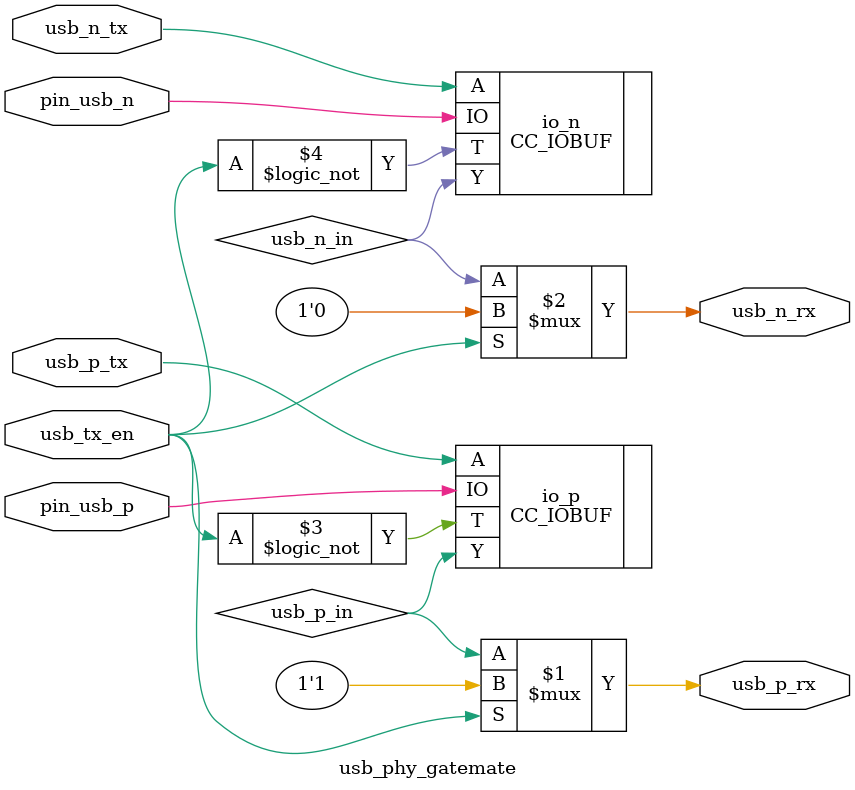
<source format=v>
/*
  usb_phy_gatemate

  USB PHY for the GateMate Series FPGAs

  ----------------------------------------------------
  usb_phy_gatemate u_u (
    // USB pins
    .pin_usb_p( pin_usb_p ),
    .pin_usb_n( pin_usb_n ),

    // USB signals
    input  usb_p_tx,
    input  usb_n_tx,
    output usb_p_rx,
    output usb_n_rx,
    input  usb_tx_en,
  );
*/
module usb_phy_gatemate (
  // USB pins
  inout  pin_usb_p,
  inout  pin_usb_n,

  // USB signals
  input  usb_p_tx,
  input  usb_n_tx,
  output usb_p_rx,
  output usb_n_rx,
  input  usb_tx_en
);

wire usb_p_in;
wire usb_n_in;

assign usb_p_rx = usb_tx_en ? 1'b1 : usb_p_in;
assign usb_n_rx = usb_tx_en ? 1'b0 : usb_n_in;

CC_IOBUF io_p( .A( usb_p_tx ), .T( !usb_tx_en ), .Y( usb_p_in ), .IO( pin_usb_p ) );
CC_IOBUF io_n( .A( usb_n_tx ), .T( !usb_tx_en ), .Y( usb_n_in ), .IO( pin_usb_n ) );

endmodule

</source>
